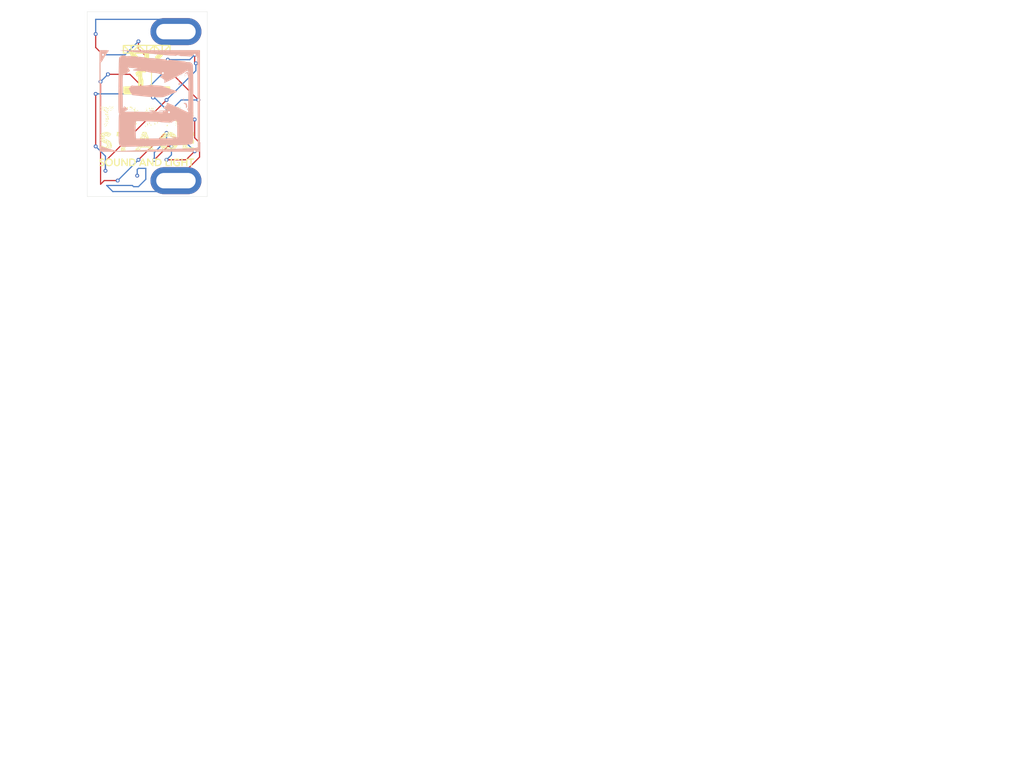
<source format=kicad_pcb>
(kicad_pcb (version 20171130) (host pcbnew "(5.1.7)-1")
  (layers (0 F.Cu signal) (31 B.Cu signal) (34 B.Paste user) (35 F.Paste user) (36 B.SilkS user) (37 F.SilkS user) (38 B.Mask user) (39 F.Mask user) (44 Edge.Cuts user))
  (net 0 "")
  (net 1 GND)
  (module AA-ROB-FULL:EVO62meg (layer B.Cu) (at 92.202 37.338)
    (fp_text reference G*** hide)
    (fp_text value LOGO hide)
  )
  (module AA-ROB-FULL:TOBINLOGO (layer F.Cu) (at 91.694 38.354)
    (fp_text reference G*** hide)
    (fp_text value LOGO hide)
  )
  (module MountingHole:MountingHole_3.2mm_M3_DIN965_Pad (layer F.Cu) (at 97.71 53.87)
    (fp_text reference H1 hide)
    (fp_text value MountingHole_Pad)
    (pad 1 thru_hole oval (at 0 0) (size 10.6 5.6) (drill oval 8.2 3.2) (layers *.Cu *.Mask))
  )
  (module MountingHole:MountingHole_3.2mm_M3_DIN965_Pad (layer F.Cu) (at 97.71 22.87)
    (fp_text reference H1 hide)
    (fp_text value MountingHole_Pad)
    (pad 1 thru_hole oval (at 0 0) (size 10.6 5.6) (drill oval 8.2 3.2) (layers *.Cu *.Mask))
  )
  (gr_line (start 104.244 57.15) (end 104.244 18.708) (layer Edge.Cuts) (width 0.05))
  (gr_line (start 79.248 57.15) (end 79.244 18.708) (layer Edge.Cuts) (width 0.05))
  (gr_line (start 104.244 18.708) (end 79.244 18.708) (layer Edge.Cuts) (width 0.05))
  (gr_line (start 104.244 57.15) (end 79.248 57.15) (layer Edge.Cuts) (width 0.05))
  (segment (start 95.16 20.32) (end 97.71 22.87) (width 0.25) (layer B.Cu) (net 0))
  (segment (start 81.026 20.32) (end 95.16 20.32) (width 0.25) (layer B.Cu) (net 0))
  (via (at 81.026 23.368) (size 0.8) (drill 0.4) (layers F.Cu B.Cu) (net 0))
  (via (at 89.916 24.892) (size 0.8) (drill 0.4) (layers F.Cu B.Cu) (net 0))
  (via (at 94.996 31.496) (size 0.8) (drill 0.4) (layers F.Cu B.Cu) (net 0))
  (via (at 101.854 29.464) (size 0.8) (drill 0.4) (layers F.Cu B.Cu) (net 0))
  (via (at 102.362 37.084) (size 0.8) (drill 0.4) (layers F.Cu B.Cu) (net 0))
  (via (at 96.266 39.624) (size 0.8) (drill 0.4) (layers F.Cu B.Cu) (net 0))
  (via (at 101.6 41.148) (size 0.8) (drill 0.4) (layers F.Cu B.Cu) (net 0))
  (via (at 95.758 43.942) (size 0.8) (drill 0.4) (layers F.Cu B.Cu) (net 0))
  (via (at 93.218 49.53) (size 0.8) (drill 0.4) (layers F.Cu B.Cu) (net 0))
  (via (at 89.662 52.832) (size 0.8) (drill 0.4) (layers F.Cu B.Cu) (net 0))
  (via (at 85.598 53.848) (size 0.8) (drill 0.4) (layers F.Cu B.Cu) (net 0))
  (via (at 81.026 46.736) (size 0.8) (drill 0.4) (layers F.Cu B.Cu) (net 0))
  (via (at 82.042 33.274) (size 0.8) (drill 0.4) (layers F.Cu B.Cu) (net 0))
  (via (at 82.55 27.686) (size 0.8) (drill 0.4) (layers F.Cu B.Cu) (net 0))
  (via (at 96.012 28.702) (size 0.8) (drill 0.4) (layers F.Cu B.Cu) (net 0))
  (via (at 101.6 27.686) (size 0.8) (drill 0.4) (layers F.Cu B.Cu) (net 0))
  (via (at 95.758 37.084) (size 0.8) (drill 0.4) (layers F.Cu B.Cu) (net 0))
  (via (at 83.058 51.816) (size 0.8) (drill 0.4) (layers F.Cu B.Cu) (net 0))
  (via (at 96.774 46.736) (size 0.8) (drill 0.4) (layers F.Cu B.Cu) (net 0))
  (via (at 101.6 47.752) (size 0.8) (drill 0.4) (layers F.Cu B.Cu) (net 0))
  (via (at 81.026 35.814) (size 0.8) (drill 0.4) (layers F.Cu B.Cu) (net 0))
  (via (at 95.758 49.53) (size 0.8) (drill 0.4) (layers F.Cu B.Cu) (net 0))
  (via (at 89.916 49.53) (size 0.8) (drill 0.4) (layers F.Cu B.Cu) (net 0))
  (segment (start 81.026 20.32) (end 81.026 23.368) (width 0.25) (layer B.Cu) (net 0))
  (segment (start 87.122 27.686) (end 89.916 24.892) (width 0.25) (layer B.Cu) (net 0))
  (segment (start 82.55 27.686) (end 87.122 27.686) (width 0.25) (layer B.Cu) (net 0))
  (segment (start 100.584 28.702) (end 101.6 27.686) (width 0.25) (layer B.Cu) (net 0))
  (segment (start 96.012 28.702) (end 100.584 28.702) (width 0.25) (layer B.Cu) (net 0))
  (segment (start 101.854 30.988) (end 95.758 37.084) (width 0.25) (layer B.Cu) (net 0))
  (segment (start 101.854 29.464) (end 101.854 30.988) (width 0.25) (layer B.Cu) (net 0))
  (segment (start 90.678 35.814) (end 94.996 31.496) (width 0.25) (layer B.Cu) (net 0))
  (segment (start 81.026 35.814) (end 90.678 35.814) (width 0.25) (layer B.Cu) (net 0))
  (segment (start 81.026 26.162) (end 82.55 27.686) (width 0.25) (layer F.Cu) (net 0))
  (segment (start 81.026 23.368) (end 81.026 26.162) (width 0.25) (layer F.Cu) (net 0))
  (segment (start 89.916 26.416) (end 94.996 31.496) (width 0.25) (layer F.Cu) (net 0))
  (segment (start 89.916 24.892) (end 89.916 26.416) (width 0.25) (layer F.Cu) (net 0))
  (segment (start 81.026 35.814) (end 81.026 46.736) (width 0.25) (layer F.Cu) (net 0))
  (segment (start 83.058 49.784) (end 95.758 37.084) (width 0.25) (layer F.Cu) (net 0))
  (segment (start 83.058 51.816) (end 83.058 49.784) (width 0.25) (layer F.Cu) (net 0))
  (segment (start 96.012 30.734) (end 102.362 37.084) (width 0.25) (layer F.Cu) (net 0))
  (segment (start 96.012 28.702) (end 96.012 30.734) (width 0.25) (layer F.Cu) (net 0))
  (segment (start 83.058 48.768) (end 81.026 46.736) (width 0.25) (layer B.Cu) (net 0))
  (segment (start 83.058 51.816) (end 83.058 48.768) (width 0.25) (layer B.Cu) (net 0))
  (segment (start 98.806 37.084) (end 96.266 39.624) (width 0.25) (layer B.Cu) (net 0))
  (segment (start 102.362 37.084) (end 98.806 37.084) (width 0.25) (layer B.Cu) (net 0))
  (via (at 83.566 31.75) (size 0.8) (drill 0.4) (layers F.Cu B.Cu) (net 0))
  (segment (start 93.218 36.576) (end 96.266 39.624) (width 0.25) (layer B.Cu) (net 0))
  (segment (start 92.964 36.576) (end 92.964 36.576) (width 0.25) (layer B.Cu) (net 0))
  (segment (start 92.964 36.576) (end 92.964 36.576) (width 0.25) (layer B.Cu) (net 0))
  (via (at 92.964 36.576) (size 0.8) (drill 0.4) (layers F.Cu B.Cu) (net 0))
  (segment (start 92.964 36.576) (end 92.964 36.576) (width 0.25) (layer B.Cu) (net 0))
  (via (at 92.964 36.576) (size 0.8) (drill 0.4) (layers F.Cu B.Cu) (net 0))
  (segment (start 92.964 36.576) (end 93.218 36.576) (width 0.25) (layer B.Cu) (net 0))
  (via (at 92.964 36.576) (size 0.8) (drill 0.4) (layers F.Cu B.Cu) (net 0))
  (via (at 83.566 31.75) (size 0.8) (drill 0.4) (layers F.Cu B.Cu) (net 0))
  (segment (start 88.138 31.75) (end 92.964 36.576) (width 0.25) (layer F.Cu) (net 0))
  (segment (start 83.566 31.75) (end 88.138 31.75) (width 0.25) (layer F.Cu) (net 0))
  (segment (start 83.566 31.75) (end 82.042 33.274) (width 0.25) (layer B.Cu) (net 0))
  (segment (start 82.042 33.274) (end 82.042 54.61) (width 0.25) (layer F.Cu) (net 0))
  (segment (start 82.804 53.848) (end 85.598 53.848) (width 0.25) (layer F.Cu) (net 0))
  (segment (start 82.042 54.61) (end 82.804 53.848) (width 0.25) (layer F.Cu) (net 0))
  (segment (start 95.504 43.942) (end 95.758 43.942) (width 0.25) (layer F.Cu) (net 0))
  (segment (start 89.916 49.53) (end 95.504 43.942) (width 0.25) (layer F.Cu) (net 0))
  (segment (start 96.012 46.736) (end 93.218 49.53) (width 0.25) (layer F.Cu) (net 0))
  (segment (start 96.774 46.736) (end 96.012 46.736) (width 0.25) (layer F.Cu) (net 0))
  (segment (start 99.822 49.53) (end 101.6 47.752) (width 0.25) (layer F.Cu) (net 0))
  (segment (start 95.758 49.53) (end 99.822 49.53) (width 0.25) (layer F.Cu) (net 0))
  (segment (start 101.6 29.21) (end 101.854 29.464) (width 0.25) (layer F.Cu) (net 0))
  (segment (start 101.6 27.686) (end 101.6 29.21) (width 0.25) (layer F.Cu) (net 0))
  (segment (start 101.6 41.148) (end 101.6 44.958) (width 0.25) (layer F.Cu) (net 0))
  (segment (start 101.6 44.958) (end 102.616 45.974) (width 0.25) (layer F.Cu) (net 0))
  (segment (start 102.616 48.964) (end 97.71 53.87) (width 0.25) (layer F.Cu) (net 0))
  (segment (start 102.616 45.974) (end 102.616 48.964) (width 0.25) (layer F.Cu) (net 0))
  (segment (start 85.598 53.848) (end 89.916 49.53) (width 0.25) (layer B.Cu) (net 0))
  (segment (start 95.758 43.942) (end 95.758 45.466) (width 0.25) (layer B.Cu) (net 0))
  (segment (start 93.218 48.006) (end 93.218 49.53) (width 0.25) (layer B.Cu) (net 0))
  (segment (start 95.758 45.466) (end 93.218 48.006) (width 0.25) (layer B.Cu) (net 0))
  (segment (start 96.774 48.514) (end 95.758 49.53) (width 0.25) (layer B.Cu) (net 0))
  (segment (start 96.774 46.736) (end 96.774 48.514) (width 0.25) (layer B.Cu) (net 0))
  (segment (start 101.6 47.752) (end 98.552 44.704) (width 0.25) (layer B.Cu) (net 0))
  (segment (start 98.552 44.704) (end 98.552 41.656) (width 0.25) (layer B.Cu) (net 0))
  (segment (start 99.06 41.148) (end 101.6 41.148) (width 0.25) (layer B.Cu) (net 0))
  (segment (start 98.552 41.656) (end 99.06 41.148) (width 0.25) (layer B.Cu) (net 0))
  (segment (start 84.582 56.134) (end 95.446 56.134) (width 0.25) (layer B.Cu) (net 0))
  (segment (start 83.312 54.864) (end 84.582 56.134) (width 0.25) (layer B.Cu) (net 0))
  (segment (start 88.9 55.118) (end 88.646 54.864) (width 0.25) (layer B.Cu) (net 0))
  (segment (start 89.916 55.118) (end 88.9 55.118) (width 0.25) (layer B.Cu) (net 0))
  (segment (start 95.446 56.134) (end 97.71 53.87) (width 0.25) (layer B.Cu) (net 0))
  (segment (start 91.44 53.594) (end 89.916 55.118) (width 0.25) (layer B.Cu) (net 0))
  (segment (start 88.646 54.864) (end 83.312 54.864) (width 0.25) (layer B.Cu) (net 0))
  (segment (start 91.44 51.308) (end 91.44 53.594) (width 0.25) (layer B.Cu) (net 0))
  (segment (start 89.916 51.308) (end 91.44 51.308) (width 0.25) (layer B.Cu) (net 0))
  (segment (start 89.662 51.562) (end 89.916 51.308) (width 0.25) (layer B.Cu) (net 0))
  (segment (start 89.662 52.832) (end 89.662 51.562) (width 0.25) (layer B.Cu) (net 0))
)
</source>
